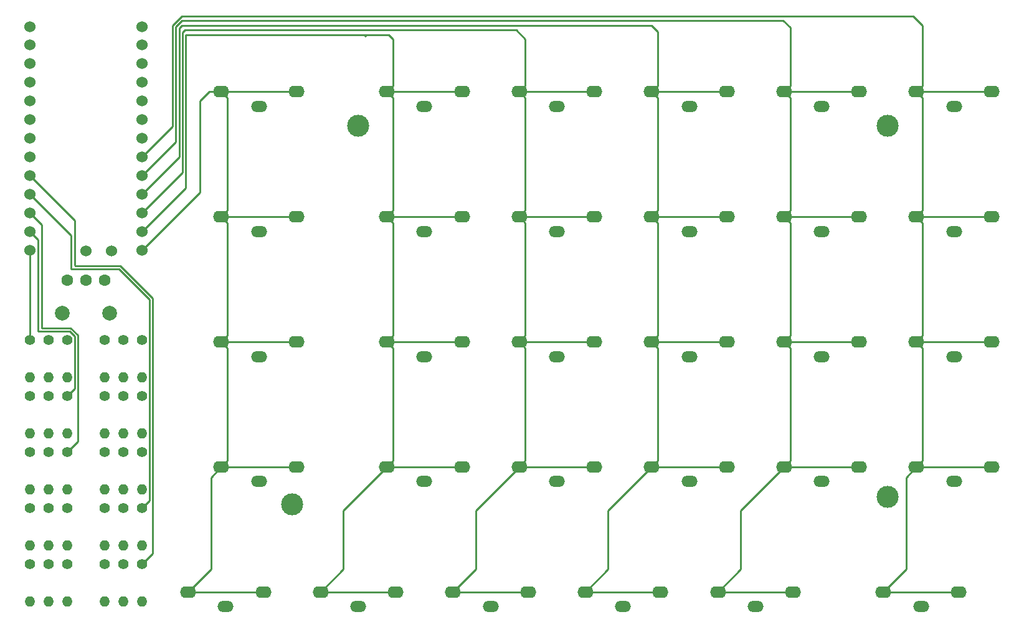
<source format=gbr>
%TF.GenerationSoftware,KiCad,Pcbnew,(5.1.9)-1*%
%TF.CreationDate,2022-03-08T16:30:03+11:00*%
%TF.ProjectId,fuse,66757365-2e6b-4696-9361-645f70636258,rev?*%
%TF.SameCoordinates,Original*%
%TF.FileFunction,Copper,L2,Bot*%
%TF.FilePolarity,Positive*%
%FSLAX46Y46*%
G04 Gerber Fmt 4.6, Leading zero omitted, Abs format (unit mm)*
G04 Created by KiCad (PCBNEW (5.1.9)-1) date 2022-03-08 16:30:03*
%MOMM*%
%LPD*%
G01*
G04 APERTURE LIST*
%TA.AperFunction,ComponentPad*%
%ADD10C,3.000000*%
%TD*%
%TA.AperFunction,ComponentPad*%
%ADD11O,2.200000X1.600000*%
%TD*%
%TA.AperFunction,ComponentPad*%
%ADD12O,2.200000X1.500000*%
%TD*%
%TA.AperFunction,ComponentPad*%
%ADD13O,1.400000X1.400000*%
%TD*%
%TA.AperFunction,ComponentPad*%
%ADD14C,1.400000*%
%TD*%
%TA.AperFunction,ComponentPad*%
%ADD15C,2.000000*%
%TD*%
%TA.AperFunction,ComponentPad*%
%ADD16C,1.524000*%
%TD*%
%TA.AperFunction,ComponentPad*%
%ADD17C,1.600000*%
%TD*%
%TA.AperFunction,Conductor*%
%ADD18C,0.250000*%
%TD*%
G04 APERTURE END LIST*
D10*
%TO.P,REF\u002A\u002A,1*%
%TO.N,N/C*%
X67000000Y-88000000D03*
%TD*%
%TO.P,REF\u002A\u002A,1*%
%TO.N,N/C*%
X148000000Y-87000000D03*
%TD*%
%TO.P,REF\u002A\u002A,1*%
%TO.N,N/C*%
X148000000Y-36500000D03*
%TD*%
%TO.P,REF\u002A\u002A,1*%
%TO.N,N/C*%
X76000000Y-36500000D03*
%TD*%
D11*
%TO.P,SW42,1*%
%TO.N,Col2*%
X99100000Y-99900000D03*
X88900000Y-99900000D03*
D12*
%TO.P,SW42,2*%
%TO.N,Net-(D42-Pad2)*%
X94000000Y-101900000D03*
%TD*%
D11*
%TO.P,SW22,1*%
%TO.N,Col2*%
X108100000Y-65900000D03*
X97900000Y-65900000D03*
D12*
%TO.P,SW22,2*%
%TO.N,Net-(D22-Pad2)*%
X103000000Y-67900000D03*
%TD*%
D11*
%TO.P,SW23,1*%
%TO.N,Col3*%
X126100000Y-65900000D03*
X115900000Y-65900000D03*
D12*
%TO.P,SW23,2*%
%TO.N,Net-(D23-Pad2)*%
X121000000Y-67900000D03*
%TD*%
D11*
%TO.P,SW24,1*%
%TO.N,Col4*%
X144100000Y-65900000D03*
X133900000Y-65900000D03*
D12*
%TO.P,SW24,2*%
%TO.N,Net-(D24-Pad2)*%
X139000000Y-67900000D03*
%TD*%
D11*
%TO.P,SW31,1*%
%TO.N,Col1*%
X90100000Y-82900000D03*
X79900000Y-82900000D03*
D12*
%TO.P,SW31,2*%
%TO.N,Net-(D31-Pad2)*%
X85000000Y-84900000D03*
%TD*%
D11*
%TO.P,SW21,1*%
%TO.N,Col1*%
X90100000Y-65900000D03*
X79900000Y-65900000D03*
D12*
%TO.P,SW21,2*%
%TO.N,Net-(D21-Pad2)*%
X85000000Y-67900000D03*
%TD*%
D11*
%TO.P,SW10,1*%
%TO.N,Col0*%
X67600000Y-48900000D03*
X57400000Y-48900000D03*
D12*
%TO.P,SW10,2*%
%TO.N,Net-(D10-Pad2)*%
X62500000Y-50900000D03*
%TD*%
D11*
%TO.P,SW13,1*%
%TO.N,Col3*%
X126100000Y-48900000D03*
X115900000Y-48900000D03*
D12*
%TO.P,SW13,2*%
%TO.N,Net-(D13-Pad2)*%
X121000000Y-50900000D03*
%TD*%
D13*
%TO.P,D0,2*%
%TO.N,Net-(D0-Pad2)*%
X31361000Y-70755000D03*
D14*
%TO.P,D0,1*%
%TO.N,Row0*%
X31361000Y-65675000D03*
%TD*%
D13*
%TO.P,D1,2*%
%TO.N,Net-(D1-Pad2)*%
X33901000Y-70755000D03*
D14*
%TO.P,D1,1*%
%TO.N,Row0*%
X33901000Y-65675000D03*
%TD*%
D13*
%TO.P,D2,2*%
%TO.N,Net-(D2-Pad2)*%
X36441000Y-70755000D03*
D14*
%TO.P,D2,1*%
%TO.N,Row0*%
X36441000Y-65675000D03*
%TD*%
D13*
%TO.P,D3,2*%
%TO.N,Net-(D3-Pad2)*%
X41521000Y-70755000D03*
D14*
%TO.P,D3,1*%
%TO.N,Row0*%
X41521000Y-65675000D03*
%TD*%
D13*
%TO.P,D4,2*%
%TO.N,Net-(D4-Pad2)*%
X44061000Y-70755000D03*
D14*
%TO.P,D4,1*%
%TO.N,Row0*%
X44061000Y-65675000D03*
%TD*%
D13*
%TO.P,D5,2*%
%TO.N,Net-(D5-Pad2)*%
X46601000Y-70755000D03*
D14*
%TO.P,D5,1*%
%TO.N,Row0*%
X46601000Y-65675000D03*
%TD*%
D13*
%TO.P,D10,2*%
%TO.N,Net-(D10-Pad2)*%
X31361000Y-78375000D03*
D14*
%TO.P,D10,1*%
%TO.N,Row1*%
X31361000Y-73295000D03*
%TD*%
D13*
%TO.P,D11,2*%
%TO.N,Net-(D11-Pad2)*%
X33901000Y-78375000D03*
D14*
%TO.P,D11,1*%
%TO.N,Row1*%
X33901000Y-73295000D03*
%TD*%
D13*
%TO.P,D12,2*%
%TO.N,Net-(D12-Pad2)*%
X36441000Y-78375000D03*
D14*
%TO.P,D12,1*%
%TO.N,Row1*%
X36441000Y-73295000D03*
%TD*%
D13*
%TO.P,D13,2*%
%TO.N,Net-(D13-Pad2)*%
X41521000Y-78375000D03*
D14*
%TO.P,D13,1*%
%TO.N,Row1*%
X41521000Y-73295000D03*
%TD*%
D13*
%TO.P,D14,2*%
%TO.N,Net-(D14-Pad2)*%
X44061000Y-78375000D03*
D14*
%TO.P,D14,1*%
%TO.N,Row1*%
X44061000Y-73295000D03*
%TD*%
D13*
%TO.P,D15,2*%
%TO.N,Net-(D15-Pad2)*%
X46601000Y-78375000D03*
D14*
%TO.P,D15,1*%
%TO.N,Row1*%
X46601000Y-73295000D03*
%TD*%
D13*
%TO.P,D20,2*%
%TO.N,Net-(D20-Pad2)*%
X31361000Y-85995000D03*
D14*
%TO.P,D20,1*%
%TO.N,Row2*%
X31361000Y-80915000D03*
%TD*%
D13*
%TO.P,D21,2*%
%TO.N,Net-(D21-Pad2)*%
X33901000Y-85995000D03*
D14*
%TO.P,D21,1*%
%TO.N,Row2*%
X33901000Y-80915000D03*
%TD*%
D13*
%TO.P,D22,2*%
%TO.N,Net-(D22-Pad2)*%
X36441000Y-85995000D03*
D14*
%TO.P,D22,1*%
%TO.N,Row2*%
X36441000Y-80915000D03*
%TD*%
D13*
%TO.P,D23,2*%
%TO.N,Net-(D23-Pad2)*%
X41521000Y-85995000D03*
D14*
%TO.P,D23,1*%
%TO.N,Row2*%
X41521000Y-80915000D03*
%TD*%
D13*
%TO.P,D24,2*%
%TO.N,Net-(D24-Pad2)*%
X44061000Y-85995000D03*
D14*
%TO.P,D24,1*%
%TO.N,Row2*%
X44061000Y-80915000D03*
%TD*%
D13*
%TO.P,D25,2*%
%TO.N,Net-(D25-Pad2)*%
X46601000Y-85995000D03*
D14*
%TO.P,D25,1*%
%TO.N,Row2*%
X46601000Y-80915000D03*
%TD*%
D13*
%TO.P,D30,2*%
%TO.N,Net-(D30-Pad2)*%
X31361000Y-93615000D03*
D14*
%TO.P,D30,1*%
%TO.N,Row3*%
X31361000Y-88535000D03*
%TD*%
D13*
%TO.P,D31,2*%
%TO.N,Net-(D31-Pad2)*%
X33901000Y-93615000D03*
D14*
%TO.P,D31,1*%
%TO.N,Row3*%
X33901000Y-88535000D03*
%TD*%
D13*
%TO.P,D32,2*%
%TO.N,Net-(D32-Pad2)*%
X36441000Y-93615000D03*
D14*
%TO.P,D32,1*%
%TO.N,Row3*%
X36441000Y-88535000D03*
%TD*%
D13*
%TO.P,D33,2*%
%TO.N,Net-(D33-Pad2)*%
X41521000Y-93615000D03*
D14*
%TO.P,D33,1*%
%TO.N,Row3*%
X41521000Y-88535000D03*
%TD*%
D13*
%TO.P,D34,2*%
%TO.N,Net-(D34-Pad2)*%
X44061000Y-93615000D03*
D14*
%TO.P,D34,1*%
%TO.N,Row3*%
X44061000Y-88535000D03*
%TD*%
D13*
%TO.P,D35,2*%
%TO.N,Net-(D35-Pad2)*%
X46601000Y-93615000D03*
D14*
%TO.P,D35,1*%
%TO.N,Row3*%
X46601000Y-88535000D03*
%TD*%
D13*
%TO.P,D40,2*%
%TO.N,Net-(D40-Pad2)*%
X46601000Y-101235000D03*
D14*
%TO.P,D40,1*%
%TO.N,Row4*%
X46601000Y-96155000D03*
%TD*%
D13*
%TO.P,D41,2*%
%TO.N,Net-(D41-Pad2)*%
X44061000Y-101235000D03*
D14*
%TO.P,D41,1*%
%TO.N,Row4*%
X44061000Y-96155000D03*
%TD*%
D13*
%TO.P,D42,2*%
%TO.N,Net-(D42-Pad2)*%
X41521000Y-101235000D03*
D14*
%TO.P,D42,1*%
%TO.N,Row4*%
X41521000Y-96155000D03*
%TD*%
D13*
%TO.P,D43,2*%
%TO.N,Net-(D43-Pad2)*%
X36441000Y-101235000D03*
D14*
%TO.P,D43,1*%
%TO.N,Row4*%
X36441000Y-96155000D03*
%TD*%
D13*
%TO.P,D44,2*%
%TO.N,Net-(D44-Pad2)*%
X33901000Y-101235000D03*
D14*
%TO.P,D44,1*%
%TO.N,Row4*%
X33901000Y-96155000D03*
%TD*%
D13*
%TO.P,D45,2*%
%TO.N,Net-(D45-Pad2)*%
X31361000Y-101235000D03*
D14*
%TO.P,D45,1*%
%TO.N,Row4*%
X31361000Y-96155000D03*
%TD*%
D15*
%TO.P,Reset1,2*%
%TO.N,GND*%
X35750000Y-62000000D03*
%TO.P,Reset1,1*%
%TO.N,RESET*%
X42250000Y-62000000D03*
%TD*%
D16*
%TO.P,U1,1*%
%TO.N,Net-(U1-Pad1)*%
X46611400Y-25522000D03*
%TO.P,U1,2*%
%TO.N,Net-(U1-Pad2)*%
X46611400Y-28062000D03*
%TO.P,U1,3*%
%TO.N,Net-(U1-Pad3)*%
X46611400Y-30602000D03*
%TO.P,U1,4*%
%TO.N,Net-(U1-Pad4)*%
X46611400Y-33142000D03*
%TO.P,U1,5*%
%TO.N,Net-(U1-Pad5)*%
X46611400Y-35682000D03*
%TO.P,U1,6*%
%TO.N,Net-(U1-Pad6)*%
X46611400Y-38222000D03*
%TO.P,U1,7*%
%TO.N,Col5*%
X46611400Y-40762000D03*
%TO.P,U1,8*%
%TO.N,Col4*%
X46611400Y-43302000D03*
%TO.P,U1,9*%
%TO.N,Col3*%
X46611400Y-45842000D03*
%TO.P,U1,10*%
%TO.N,Col2*%
X46611400Y-48382000D03*
%TO.P,U1,11*%
%TO.N,Col1*%
X46611400Y-50922000D03*
%TO.P,U1,12*%
%TO.N,Col0*%
X46611400Y-53462000D03*
%TO.P,U1,13*%
%TO.N,Row0*%
X31391400Y-53462000D03*
%TO.P,U1,14*%
%TO.N,Row1*%
X31391400Y-50922000D03*
%TO.P,U1,15*%
%TO.N,Row2*%
X31391400Y-48382000D03*
%TO.P,U1,16*%
%TO.N,Row3*%
X31391400Y-45842000D03*
%TO.P,U1,17*%
%TO.N,Row4*%
X31391400Y-43302000D03*
%TO.P,U1,18*%
%TO.N,Net-(U1-Pad18)*%
X31391400Y-40762000D03*
%TO.P,U1,19*%
%TO.N,Net-(U1-Pad19)*%
X31391400Y-38222000D03*
%TO.P,U1,20*%
%TO.N,Net-(U1-Pad20)*%
X31391400Y-35682000D03*
%TO.P,U1,21*%
%TO.N,Net-(U1-Pad21)*%
X31391400Y-33142000D03*
%TO.P,U1,22*%
%TO.N,RESET*%
X31391400Y-30602000D03*
%TO.P,U1,23*%
%TO.N,GND*%
X31391400Y-28062000D03*
%TO.P,U1,24*%
%TO.N,Net-(U1-Pad24)*%
X31391400Y-25522000D03*
%TO.P,U1,25*%
%TO.N,B-*%
X31391400Y-23022000D03*
%TO.P,U1,26*%
%TO.N,B+*%
X46611400Y-23022000D03*
%TD*%
D11*
%TO.P,SW0,1*%
%TO.N,Col0*%
X67600000Y-31900000D03*
X57400000Y-31900000D03*
D12*
%TO.P,SW0,2*%
%TO.N,Net-(D0-Pad2)*%
X62500000Y-33900000D03*
%TD*%
D11*
%TO.P,SW1,1*%
%TO.N,Col1*%
X90100000Y-31900000D03*
X79900000Y-31900000D03*
D12*
%TO.P,SW1,2*%
%TO.N,Net-(D1-Pad2)*%
X85000000Y-33900000D03*
%TD*%
D11*
%TO.P,SW2,1*%
%TO.N,Col2*%
X108100000Y-31900000D03*
X97900000Y-31900000D03*
D12*
%TO.P,SW2,2*%
%TO.N,Net-(D2-Pad2)*%
X103000000Y-33900000D03*
%TD*%
D11*
%TO.P,SW3,1*%
%TO.N,Col3*%
X126100000Y-31900000D03*
X115900000Y-31900000D03*
D12*
%TO.P,SW3,2*%
%TO.N,Net-(D3-Pad2)*%
X121000000Y-33900000D03*
%TD*%
D11*
%TO.P,SW4,1*%
%TO.N,Col4*%
X144100000Y-31900000D03*
X133900000Y-31900000D03*
D12*
%TO.P,SW4,2*%
%TO.N,Net-(D4-Pad2)*%
X139000000Y-33900000D03*
%TD*%
D11*
%TO.P,SW5,1*%
%TO.N,Col5*%
X162100000Y-31900000D03*
X151900000Y-31900000D03*
D12*
%TO.P,SW5,2*%
%TO.N,Net-(D5-Pad2)*%
X157000000Y-33900000D03*
%TD*%
D11*
%TO.P,SW11,1*%
%TO.N,Col1*%
X90100000Y-48900000D03*
X79900000Y-48900000D03*
D12*
%TO.P,SW11,2*%
%TO.N,Net-(D11-Pad2)*%
X85000000Y-50900000D03*
%TD*%
D11*
%TO.P,SW12,1*%
%TO.N,Col2*%
X108100000Y-48900000D03*
X97900000Y-48900000D03*
D12*
%TO.P,SW12,2*%
%TO.N,Net-(D12-Pad2)*%
X103000000Y-50900000D03*
%TD*%
D11*
%TO.P,SW14,1*%
%TO.N,Col4*%
X144100000Y-48900000D03*
X133900000Y-48900000D03*
D12*
%TO.P,SW14,2*%
%TO.N,Net-(D14-Pad2)*%
X139000000Y-50900000D03*
%TD*%
D11*
%TO.P,SW15,1*%
%TO.N,Col5*%
X162100000Y-48900000D03*
X151900000Y-48900000D03*
D12*
%TO.P,SW15,2*%
%TO.N,Net-(D15-Pad2)*%
X157000000Y-50900000D03*
%TD*%
D11*
%TO.P,SW20,1*%
%TO.N,Col0*%
X67600000Y-65900000D03*
X57400000Y-65900000D03*
D12*
%TO.P,SW20,2*%
%TO.N,Net-(D20-Pad2)*%
X62500000Y-67900000D03*
%TD*%
D11*
%TO.P,SW25,1*%
%TO.N,Col5*%
X162100000Y-65900000D03*
X151900000Y-65900000D03*
D12*
%TO.P,SW25,2*%
%TO.N,Net-(D25-Pad2)*%
X157000000Y-67900000D03*
%TD*%
D11*
%TO.P,SW30,1*%
%TO.N,Col0*%
X67600000Y-82900000D03*
X57400000Y-82900000D03*
D12*
%TO.P,SW30,2*%
%TO.N,Net-(D30-Pad2)*%
X62500000Y-84900000D03*
%TD*%
D11*
%TO.P,SW32,1*%
%TO.N,Col2*%
X108100000Y-82900000D03*
X97900000Y-82900000D03*
D12*
%TO.P,SW32,2*%
%TO.N,Net-(D32-Pad2)*%
X103000000Y-84900000D03*
%TD*%
D11*
%TO.P,SW33,1*%
%TO.N,Col3*%
X126100000Y-82900000D03*
X115900000Y-82900000D03*
D12*
%TO.P,SW33,2*%
%TO.N,Net-(D33-Pad2)*%
X121000000Y-84900000D03*
%TD*%
D11*
%TO.P,SW34,1*%
%TO.N,Col4*%
X144100000Y-82900000D03*
X133900000Y-82900000D03*
D12*
%TO.P,SW34,2*%
%TO.N,Net-(D34-Pad2)*%
X139000000Y-84900000D03*
%TD*%
D11*
%TO.P,SW35,1*%
%TO.N,Col5*%
X162100000Y-82900000D03*
X151900000Y-82900000D03*
D12*
%TO.P,SW35,2*%
%TO.N,Net-(D35-Pad2)*%
X157000000Y-84900000D03*
%TD*%
D11*
%TO.P,SW40,1*%
%TO.N,Col0*%
X63100000Y-99900000D03*
X52900000Y-99900000D03*
D12*
%TO.P,SW40,2*%
%TO.N,Net-(D40-Pad2)*%
X58000000Y-101900000D03*
%TD*%
D11*
%TO.P,SW41,1*%
%TO.N,Col1*%
X81100000Y-99900000D03*
X70900000Y-99900000D03*
D12*
%TO.P,SW41,2*%
%TO.N,Net-(D41-Pad2)*%
X76000000Y-101900000D03*
%TD*%
D11*
%TO.P,SW43,1*%
%TO.N,Col3*%
X117100000Y-99900000D03*
X106900000Y-99900000D03*
D12*
%TO.P,SW43,2*%
%TO.N,Net-(D43-Pad2)*%
X112000000Y-101900000D03*
%TD*%
D11*
%TO.P,SW44,1*%
%TO.N,Col4*%
X135100000Y-99900000D03*
X124900000Y-99900000D03*
D12*
%TO.P,SW44,2*%
%TO.N,Net-(D44-Pad2)*%
X130000000Y-101900000D03*
%TD*%
D11*
%TO.P,SW45,1*%
%TO.N,Col5*%
X157600000Y-99900000D03*
X147400000Y-99900000D03*
D12*
%TO.P,SW45,2*%
%TO.N,Net-(D45-Pad2)*%
X152500000Y-101900000D03*
%TD*%
D17*
%TO.P,Power1,1*%
%TO.N,B-*%
X36500000Y-57500000D03*
%TO.P,Power1,2*%
%TO.N,Net-(Power1-Pad2)*%
X39000000Y-57500000D03*
%TO.P,Power1,3*%
%TO.N,Net-(Power1-Pad3)*%
X41500000Y-57500000D03*
%TD*%
D16*
%TO.P,U3,1*%
%TO.N,Net-(Power1-Pad2)*%
X39000000Y-53500000D03*
%TD*%
%TO.P,U4,1*%
%TO.N,B+*%
X42500000Y-53500000D03*
%TD*%
D18*
%TO.N,Row0*%
X31391400Y-65644600D02*
X31361000Y-65675000D01*
X31391400Y-53462000D02*
X31391400Y-65644600D01*
%TO.N,Row1*%
X32478401Y-52009001D02*
X32478401Y-64478401D01*
X31391400Y-50922000D02*
X32478401Y-52009001D01*
X32478401Y-64478401D02*
X32500000Y-64500000D01*
X37466001Y-72269999D02*
X36441000Y-73295000D01*
X37466001Y-65182999D02*
X37466001Y-72269999D01*
X36783002Y-64500000D02*
X37466001Y-65182999D01*
X32500000Y-64500000D02*
X36783002Y-64500000D01*
%TO.N,Row2*%
X37916011Y-79439989D02*
X36441000Y-80915000D01*
X37916011Y-64996599D02*
X37916011Y-79439989D01*
X36919412Y-64000000D02*
X37916011Y-64996599D01*
X33000000Y-64000000D02*
X36919412Y-64000000D01*
X33000000Y-49990600D02*
X33000000Y-64000000D01*
X31391400Y-48382000D02*
X33000000Y-49990600D01*
%TO.N,Row3*%
X47626001Y-87509999D02*
X46601000Y-88535000D01*
X31391400Y-45842000D02*
X37000000Y-51450600D01*
X37000000Y-51450600D02*
X37000000Y-56000000D01*
X43500000Y-56000000D02*
X47626001Y-60126001D01*
X37000000Y-56000000D02*
X43500000Y-56000000D01*
X47626001Y-60126001D02*
X47626001Y-87509999D01*
%TO.N,Row4*%
X36496001Y-96099999D02*
X36441000Y-96155000D01*
X48076011Y-94679989D02*
X46601000Y-96155000D01*
X31391400Y-43302000D02*
X37450010Y-49360610D01*
X37450010Y-49360610D02*
X37450010Y-55450010D01*
X48076011Y-59939601D02*
X48076011Y-60923989D01*
X43686401Y-55549991D02*
X48076011Y-59939601D01*
X37549990Y-55549990D02*
X43686401Y-55549991D01*
X37450010Y-55450010D02*
X37549990Y-55549990D01*
X48076011Y-60923989D02*
X48076011Y-94679989D01*
%TO.N,Col0*%
X54520000Y-41365000D02*
X54500000Y-41385000D01*
X67600000Y-31900000D02*
X57400000Y-31900000D01*
X55730000Y-31900000D02*
X54500000Y-33130000D01*
X57400000Y-31900000D02*
X55730000Y-31900000D01*
X58225001Y-48074999D02*
X57400000Y-48900000D01*
X58225001Y-32725001D02*
X58225001Y-48074999D01*
X57400000Y-31900000D02*
X58225001Y-32725001D01*
X58225001Y-65074999D02*
X57400000Y-65900000D01*
X58225001Y-49725001D02*
X58225001Y-65074999D01*
X57400000Y-48900000D02*
X58225001Y-49725001D01*
X57400000Y-65900000D02*
X67600000Y-65900000D01*
X57400000Y-82900000D02*
X67600000Y-82900000D01*
X52900000Y-99900000D02*
X63100000Y-99900000D01*
X58225001Y-82074999D02*
X57400000Y-82900000D01*
X58225001Y-66725001D02*
X58225001Y-82074999D01*
X57400000Y-65900000D02*
X58225001Y-66725001D01*
X55974999Y-96825001D02*
X52900000Y-99900000D01*
X55974999Y-84325001D02*
X55974999Y-96825001D01*
X57400000Y-82900000D02*
X55974999Y-84325001D01*
X57400000Y-48900000D02*
X67600000Y-48900000D01*
X46611400Y-53462000D02*
X54500000Y-45573400D01*
X54500000Y-45573400D02*
X54500000Y-43500000D01*
X54500000Y-43500000D02*
X54500000Y-33130000D01*
%TO.N,Col1*%
X77000000Y-24295000D02*
X76835000Y-24130000D01*
X76835000Y-24130000D02*
X52578000Y-24130000D01*
X90100000Y-31900000D02*
X79900000Y-31900000D01*
X80725001Y-48074999D02*
X79900000Y-48900000D01*
X80725001Y-32725001D02*
X80725001Y-48074999D01*
X79900000Y-31900000D02*
X80725001Y-32725001D01*
X80725001Y-24725001D02*
X80130000Y-24130000D01*
X80725001Y-31074999D02*
X80725001Y-24725001D01*
X79900000Y-31900000D02*
X80725001Y-31074999D01*
X76835000Y-24130000D02*
X80130000Y-24130000D01*
X80725001Y-49725001D02*
X79900000Y-48900000D01*
X80725001Y-65074999D02*
X80725001Y-49725001D01*
X79900000Y-65900000D02*
X80725001Y-65074999D01*
X79900000Y-65900000D02*
X90100000Y-65900000D01*
X79900000Y-82900000D02*
X90100000Y-82900000D01*
X70900000Y-99900000D02*
X81100000Y-99900000D01*
X73974999Y-96825001D02*
X70900000Y-99900000D01*
X73974999Y-88825001D02*
X73974999Y-96825001D01*
X79900000Y-82900000D02*
X73974999Y-88825001D01*
X80725001Y-82074999D02*
X79900000Y-82900000D01*
X80725001Y-66725001D02*
X80725001Y-82074999D01*
X79900000Y-65900000D02*
X80725001Y-66725001D01*
X79900000Y-48900000D02*
X90100000Y-48900000D01*
X52578000Y-44955400D02*
X52578000Y-42078000D01*
X52578000Y-42078000D02*
X52578000Y-24130000D01*
X46611400Y-50922000D02*
X52578000Y-44955400D01*
X52578000Y-43552400D02*
X52578000Y-42078000D01*
%TO.N,Col2*%
X52127990Y-23818010D02*
X52451000Y-23495000D01*
X52451000Y-23495000D02*
X94615000Y-23495000D01*
X97900000Y-31900000D02*
X108100000Y-31900000D01*
X98725001Y-48074999D02*
X97900000Y-48900000D01*
X98725001Y-32725001D02*
X98725001Y-48074999D01*
X97900000Y-31900000D02*
X98725001Y-32725001D01*
X98725001Y-31074999D02*
X98725001Y-24725001D01*
X98725001Y-24725001D02*
X97495000Y-23495000D01*
X97900000Y-31900000D02*
X98725001Y-31074999D01*
X94615000Y-23495000D02*
X97495000Y-23495000D01*
X98725001Y-65074999D02*
X97900000Y-65900000D01*
X98725001Y-49725001D02*
X98725001Y-65074999D01*
X97900000Y-48900000D02*
X98725001Y-49725001D01*
X97900000Y-65900000D02*
X108100000Y-65900000D01*
X97900000Y-82900000D02*
X108100000Y-82900000D01*
X88900000Y-99900000D02*
X99100000Y-99900000D01*
X91974999Y-96825001D02*
X88900000Y-99900000D01*
X91974999Y-88825001D02*
X91974999Y-96825001D01*
X97900000Y-82900000D02*
X91974999Y-88825001D01*
X98725001Y-66725001D02*
X97900000Y-65900000D01*
X98725001Y-82074999D02*
X98725001Y-66725001D01*
X97900000Y-82900000D02*
X98725001Y-82074999D01*
X97900000Y-48900000D02*
X108100000Y-48900000D01*
X52127990Y-42865410D02*
X52127990Y-39872010D01*
X46611400Y-48382000D02*
X52127990Y-42865410D01*
X52127990Y-39872010D02*
X52127990Y-23818010D01*
X52127990Y-41462410D02*
X52127990Y-39872010D01*
%TO.N,Col3*%
X52070000Y-22860000D02*
X52832000Y-22860000D01*
X51677981Y-23252019D02*
X52070000Y-22860000D01*
X52832000Y-22860000D02*
X113030000Y-22860000D01*
X115900000Y-31900000D02*
X126100000Y-31900000D01*
X116725001Y-48074999D02*
X115900000Y-48900000D01*
X116725001Y-32725001D02*
X116725001Y-48074999D01*
X115900000Y-31900000D02*
X116725001Y-32725001D01*
X116725001Y-23725001D02*
X115860000Y-22860000D01*
X115900000Y-31900000D02*
X116725001Y-31074999D01*
X116725001Y-31074999D02*
X116725001Y-23725001D01*
X113030000Y-22860000D02*
X115860000Y-22860000D01*
X116725001Y-82074999D02*
X115900000Y-82900000D01*
X116725001Y-66725001D02*
X116725001Y-82074999D01*
X115900000Y-65900000D02*
X116725001Y-66725001D01*
X116725001Y-49725001D02*
X115900000Y-48900000D01*
X116725001Y-65074999D02*
X116725001Y-49725001D01*
X115900000Y-65900000D02*
X116725001Y-65074999D01*
X115900000Y-65900000D02*
X126100000Y-65900000D01*
X115900000Y-82900000D02*
X126100000Y-82900000D01*
X106900000Y-99900000D02*
X117100000Y-99900000D01*
X109974999Y-96825001D02*
X106900000Y-99900000D01*
X109974999Y-88825001D02*
X109974999Y-96825001D01*
X115900000Y-82900000D02*
X109974999Y-88825001D01*
X115900000Y-48900000D02*
X126100000Y-48900000D01*
X46611400Y-45842000D02*
X51677981Y-40775419D01*
X51677981Y-36177981D02*
X51677981Y-23252019D01*
X51677981Y-40775419D02*
X51677981Y-36177981D01*
X51677981Y-39372419D02*
X51677981Y-36177981D01*
%TO.N,Col4*%
X51227972Y-23065618D02*
X52068590Y-22225000D01*
X52068590Y-22225000D02*
X52197000Y-22225000D01*
X52197000Y-22225000D02*
X130810000Y-22225000D01*
X133900000Y-31900000D02*
X144100000Y-31900000D01*
X134725001Y-48074999D02*
X133900000Y-48900000D01*
X134725001Y-32725001D02*
X134725001Y-48074999D01*
X133900000Y-31900000D02*
X134725001Y-32725001D01*
X134725001Y-23175001D02*
X133775000Y-22225000D01*
X134725001Y-31074999D02*
X134725001Y-23175001D01*
X133900000Y-31900000D02*
X134725001Y-31074999D01*
X130810000Y-22225000D02*
X133775000Y-22225000D01*
X133900000Y-48900000D02*
X144100000Y-48900000D01*
X133900000Y-65900000D02*
X144100000Y-65900000D01*
X134725001Y-65074999D02*
X133900000Y-65900000D01*
X134725001Y-49725001D02*
X134725001Y-65074999D01*
X133900000Y-48900000D02*
X134725001Y-49725001D01*
X134725001Y-82074999D02*
X134725001Y-66725001D01*
X134725001Y-66725001D02*
X133900000Y-65900000D01*
X133900000Y-82900000D02*
X134725001Y-82074999D01*
X133900000Y-82900000D02*
X144100000Y-82900000D01*
X124900000Y-99900000D02*
X135100000Y-99900000D01*
X127974999Y-96825001D02*
X124900000Y-99900000D01*
X127974999Y-88825001D02*
X127974999Y-96825001D01*
X133900000Y-82900000D02*
X127974999Y-88825001D01*
X46611400Y-43302000D02*
X51227971Y-38685429D01*
X51227971Y-35378839D02*
X51227971Y-34727971D01*
X51227971Y-34727971D02*
X51227972Y-23065618D01*
X51227971Y-38685429D02*
X51227971Y-35378839D01*
X51227971Y-37282429D02*
X51227971Y-34727971D01*
%TO.N,Col5*%
X52067180Y-21590000D02*
X52324000Y-21590000D01*
X50777963Y-22879217D02*
X52067180Y-21590000D01*
X52324000Y-21590000D02*
X148590000Y-21590000D01*
X151900000Y-31900000D02*
X162100000Y-31900000D01*
X152725001Y-48074999D02*
X151900000Y-48900000D01*
X152725001Y-32725001D02*
X152725001Y-48074999D01*
X151900000Y-31900000D02*
X152725001Y-32725001D01*
X152725001Y-22905001D02*
X151410000Y-21590000D01*
X152725001Y-31074999D02*
X152725001Y-22905001D01*
X151900000Y-31900000D02*
X152725001Y-31074999D01*
X148590000Y-21590000D02*
X151410000Y-21590000D01*
X151900000Y-48900000D02*
X162100000Y-48900000D01*
X152725001Y-65074999D02*
X151900000Y-65900000D01*
X152725001Y-49725001D02*
X152725001Y-65074999D01*
X151900000Y-48900000D02*
X152725001Y-49725001D01*
X152725001Y-82074999D02*
X151900000Y-82900000D01*
X152725001Y-66725001D02*
X152725001Y-82074999D01*
X151900000Y-65900000D02*
X152725001Y-66725001D01*
X151900000Y-65900000D02*
X162100000Y-65900000D01*
X151900000Y-82900000D02*
X162100000Y-82900000D01*
X147400000Y-99900000D02*
X157600000Y-99900000D01*
X150474999Y-96825001D02*
X147400000Y-99900000D01*
X150474999Y-84325001D02*
X150474999Y-96825001D01*
X151900000Y-82900000D02*
X150474999Y-84325001D01*
X50777963Y-36595437D02*
X50777963Y-31722037D01*
X46611400Y-40762000D02*
X50777963Y-36595437D01*
X50777963Y-31722037D02*
X50777963Y-22879217D01*
X50777963Y-35192437D02*
X50777963Y-31722037D01*
%TD*%
M02*

</source>
